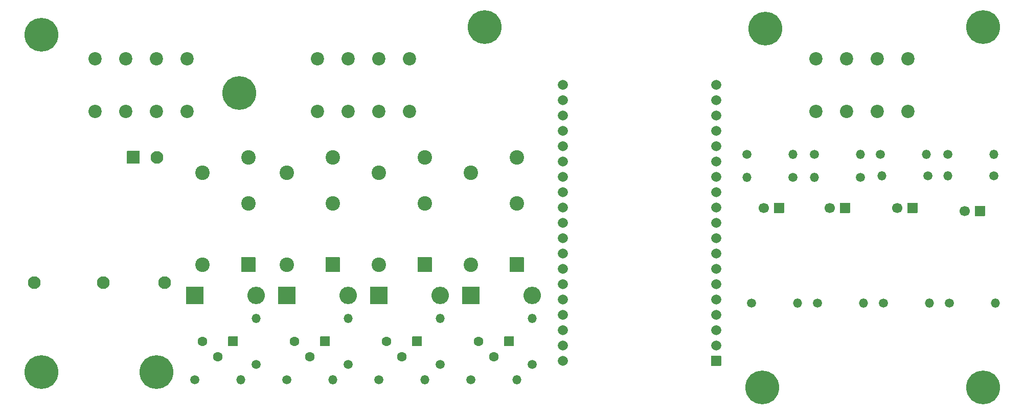
<source format=gbr>
%TF.GenerationSoftware,KiCad,Pcbnew,5.1.10-88a1d61d58~90~ubuntu20.04.1*%
%TF.CreationDate,2021-09-06T00:00:23+02:00*%
%TF.ProjectId,hamodule,68616d6f-6475-46c6-952e-6b696361645f,rev?*%
%TF.SameCoordinates,Original*%
%TF.FileFunction,Soldermask,Top*%
%TF.FilePolarity,Negative*%
%FSLAX46Y46*%
G04 Gerber Fmt 4.6, Leading zero omitted, Abs format (unit mm)*
G04 Created by KiCad (PCBNEW 5.1.10-88a1d61d58~90~ubuntu20.04.1) date 2021-09-06 00:00:23*
%MOMM*%
%LPD*%
G01*
G04 APERTURE LIST*
%ADD10C,5.600000*%
%ADD11C,2.200000*%
%ADD12C,1.660000*%
%ADD13O,1.500000X1.500000*%
%ADD14C,1.500000*%
%ADD15C,1.700000*%
%ADD16C,2.100000*%
%ADD17C,1.600000*%
%ADD18C,2.400000*%
%ADD19O,2.900000X2.900000*%
G04 APERTURE END LIST*
D10*
%TO.C,H9*%
X182626000Y-80010000D03*
%TD*%
%TO.C,H8*%
X146050000Y-80010000D03*
%TD*%
D11*
%TO.C,J4*%
X154940000Y-25590000D03*
X154940000Y-34290000D03*
X160020000Y-25590000D03*
X160020000Y-34290000D03*
X165100000Y-25590000D03*
X165100000Y-34290000D03*
X170180000Y-25590000D03*
X170180000Y-34290000D03*
%TD*%
%TO.C,J2*%
X35560000Y-25590000D03*
X35560000Y-34290000D03*
X40640000Y-25590000D03*
X40640000Y-34290000D03*
X45720000Y-25590000D03*
X45720000Y-34290000D03*
X50800000Y-25590000D03*
X50800000Y-34290000D03*
%TD*%
%TO.C,J1*%
X72390000Y-25590000D03*
X72390000Y-34290000D03*
X77470000Y-25590000D03*
X77470000Y-34290000D03*
X82550000Y-25590000D03*
X82550000Y-34290000D03*
X87630000Y-25590000D03*
X87630000Y-34290000D03*
%TD*%
D12*
%TO.C,U1*%
X113030000Y-29920000D03*
X113030000Y-32460000D03*
X113030000Y-35000000D03*
X113030000Y-37540000D03*
X113030000Y-40080000D03*
X113030000Y-42620000D03*
X113030000Y-45160000D03*
X113030000Y-47700000D03*
X113030000Y-50240000D03*
X113030000Y-52780000D03*
X113030000Y-55320000D03*
X113030000Y-57860000D03*
X113030000Y-60400000D03*
X113030000Y-62940000D03*
X113030000Y-65480000D03*
X113030000Y-68020000D03*
X113030000Y-70560000D03*
X113030000Y-73100000D03*
X113030000Y-75640000D03*
X138430000Y-32460000D03*
X138430000Y-35000000D03*
X138430000Y-37540000D03*
X138430000Y-40080000D03*
X138430000Y-42620000D03*
X138430000Y-45160000D03*
X138430000Y-47700000D03*
X138430000Y-50240000D03*
X138430000Y-52780000D03*
X138430000Y-55320000D03*
X138430000Y-57860000D03*
X138430000Y-60400000D03*
X138430000Y-62940000D03*
X138430000Y-65480000D03*
X138430000Y-68020000D03*
X138430000Y-70560000D03*
X138430000Y-29920000D03*
X138430000Y-73100000D03*
G36*
G01*
X139260000Y-74860000D02*
X139260000Y-76420000D01*
G75*
G02*
X139210000Y-76470000I-50000J0D01*
G01*
X137650000Y-76470000D01*
G75*
G02*
X137600000Y-76420000I0J50000D01*
G01*
X137600000Y-74860000D01*
G75*
G02*
X137650000Y-74810000I50000J0D01*
G01*
X139210000Y-74810000D01*
G75*
G02*
X139260000Y-74860000I0J-50000D01*
G01*
G37*
%TD*%
D13*
%TO.C,R20*%
X184404000Y-41402000D03*
D14*
X176784000Y-41402000D03*
%TD*%
D13*
%TO.C,R19*%
X173228000Y-41402000D03*
D14*
X165608000Y-41402000D03*
%TD*%
D13*
%TO.C,R18*%
X162306000Y-41402000D03*
D14*
X154686000Y-41402000D03*
%TD*%
D13*
%TO.C,R17*%
X176784000Y-44958000D03*
D14*
X184404000Y-44958000D03*
%TD*%
D13*
%TO.C,R12*%
X165862000Y-44958000D03*
D14*
X173482000Y-44958000D03*
%TD*%
D13*
%TO.C,R11*%
X154686000Y-45212000D03*
D14*
X162306000Y-45212000D03*
%TD*%
D13*
%TO.C,R10*%
X184658000Y-66040000D03*
D14*
X177038000Y-66040000D03*
%TD*%
D13*
%TO.C,R9*%
X173736000Y-66040000D03*
D14*
X166116000Y-66040000D03*
%TD*%
D13*
%TO.C,R8*%
X162814000Y-66040000D03*
D14*
X155194000Y-66040000D03*
%TD*%
D13*
%TO.C,R7*%
X151892000Y-66040000D03*
D14*
X144272000Y-66040000D03*
%TD*%
D15*
%TO.C,22uF4*%
X179618000Y-50800000D03*
G36*
G01*
X182968000Y-50000000D02*
X182968000Y-51600000D01*
G75*
G02*
X182918000Y-51650000I-50000J0D01*
G01*
X181318000Y-51650000D01*
G75*
G02*
X181268000Y-51600000I0J50000D01*
G01*
X181268000Y-50000000D01*
G75*
G02*
X181318000Y-49950000I50000J0D01*
G01*
X182918000Y-49950000D01*
G75*
G02*
X182968000Y-50000000I0J-50000D01*
G01*
G37*
%TD*%
%TO.C,22uF3*%
X168442000Y-50292000D03*
G36*
G01*
X171792000Y-49492000D02*
X171792000Y-51092000D01*
G75*
G02*
X171742000Y-51142000I-50000J0D01*
G01*
X170142000Y-51142000D01*
G75*
G02*
X170092000Y-51092000I0J50000D01*
G01*
X170092000Y-49492000D01*
G75*
G02*
X170142000Y-49442000I50000J0D01*
G01*
X171742000Y-49442000D01*
G75*
G02*
X171792000Y-49492000I0J-50000D01*
G01*
G37*
%TD*%
%TO.C,22uF2*%
X157266000Y-50292000D03*
G36*
G01*
X160616000Y-49492000D02*
X160616000Y-51092000D01*
G75*
G02*
X160566000Y-51142000I-50000J0D01*
G01*
X158966000Y-51142000D01*
G75*
G02*
X158916000Y-51092000I0J50000D01*
G01*
X158916000Y-49492000D01*
G75*
G02*
X158966000Y-49442000I50000J0D01*
G01*
X160566000Y-49442000D01*
G75*
G02*
X160616000Y-49492000I0J-50000D01*
G01*
G37*
%TD*%
%TO.C,22uF1*%
X146344000Y-50292000D03*
G36*
G01*
X149694000Y-49492000D02*
X149694000Y-51092000D01*
G75*
G02*
X149644000Y-51142000I-50000J0D01*
G01*
X148044000Y-51142000D01*
G75*
G02*
X147994000Y-51092000I0J50000D01*
G01*
X147994000Y-49492000D01*
G75*
G02*
X148044000Y-49442000I50000J0D01*
G01*
X149644000Y-49442000D01*
G75*
G02*
X149694000Y-49492000I0J-50000D01*
G01*
G37*
%TD*%
D10*
%TO.C,H1*%
X146558000Y-20574000D03*
%TD*%
D16*
%TO.C,PS1*%
X47100000Y-62670000D03*
X25510000Y-62670000D03*
X36940000Y-62670000D03*
X45810000Y-41910000D03*
G36*
G01*
X40860000Y-42910000D02*
X40860000Y-40910000D01*
G75*
G02*
X40910000Y-40860000I50000J0D01*
G01*
X42910000Y-40860000D01*
G75*
G02*
X42960000Y-40910000I0J-50000D01*
G01*
X42960000Y-42910000D01*
G75*
G02*
X42910000Y-42960000I-50000J0D01*
G01*
X40910000Y-42960000D01*
G75*
G02*
X40860000Y-42910000I0J50000D01*
G01*
G37*
%TD*%
D13*
%TO.C,R6*%
X143510000Y-45212000D03*
D14*
X151130000Y-45212000D03*
%TD*%
D10*
%TO.C,H7*%
X45720000Y-77470000D03*
%TD*%
%TO.C,H6*%
X182626000Y-20320000D03*
%TD*%
%TO.C,H5*%
X26670000Y-77470000D03*
%TD*%
%TO.C,H4*%
X59436000Y-31242000D03*
%TD*%
%TO.C,H3*%
X100076000Y-20320000D03*
%TD*%
%TO.C,H2*%
X26670000Y-21590000D03*
%TD*%
%TO.C,Q1*%
G36*
G01*
X57670000Y-71590000D02*
X59170000Y-71590000D01*
G75*
G02*
X59220000Y-71640000I0J-50000D01*
G01*
X59220000Y-73140000D01*
G75*
G02*
X59170000Y-73190000I-50000J0D01*
G01*
X57670000Y-73190000D01*
G75*
G02*
X57620000Y-73140000I0J50000D01*
G01*
X57620000Y-71640000D01*
G75*
G02*
X57670000Y-71590000I50000J0D01*
G01*
G37*
D17*
X53340000Y-72390000D03*
X55880000Y-74930000D03*
%TD*%
%TO.C,Q2*%
G36*
G01*
X72910000Y-71590000D02*
X74410000Y-71590000D01*
G75*
G02*
X74460000Y-71640000I0J-50000D01*
G01*
X74460000Y-73140000D01*
G75*
G02*
X74410000Y-73190000I-50000J0D01*
G01*
X72910000Y-73190000D01*
G75*
G02*
X72860000Y-73140000I0J50000D01*
G01*
X72860000Y-71640000D01*
G75*
G02*
X72910000Y-71590000I50000J0D01*
G01*
G37*
X68580000Y-72390000D03*
X71120000Y-74930000D03*
%TD*%
%TO.C,Q4*%
G36*
G01*
X103390000Y-71590000D02*
X104890000Y-71590000D01*
G75*
G02*
X104940000Y-71640000I0J-50000D01*
G01*
X104940000Y-73140000D01*
G75*
G02*
X104890000Y-73190000I-50000J0D01*
G01*
X103390000Y-73190000D01*
G75*
G02*
X103340000Y-73140000I0J50000D01*
G01*
X103340000Y-71640000D01*
G75*
G02*
X103390000Y-71590000I50000J0D01*
G01*
G37*
X99060000Y-72390000D03*
X101600000Y-74930000D03*
%TD*%
%TO.C,Q3*%
G36*
G01*
X88150000Y-71590000D02*
X89650000Y-71590000D01*
G75*
G02*
X89700000Y-71640000I0J-50000D01*
G01*
X89700000Y-73140000D01*
G75*
G02*
X89650000Y-73190000I-50000J0D01*
G01*
X88150000Y-73190000D01*
G75*
G02*
X88100000Y-73140000I0J50000D01*
G01*
X88100000Y-71640000D01*
G75*
G02*
X88150000Y-71590000I50000J0D01*
G01*
G37*
X83820000Y-72390000D03*
X86360000Y-74930000D03*
%TD*%
D13*
%TO.C,R5*%
X151130000Y-41402000D03*
D14*
X143510000Y-41402000D03*
%TD*%
D18*
%TO.C,K2*%
X67310000Y-59690000D03*
X67310000Y-44450000D03*
X74930000Y-41910000D03*
X74930000Y-49530000D03*
G36*
G01*
X73780000Y-58490000D02*
X76080000Y-58490000D01*
G75*
G02*
X76130000Y-58540000I0J-50000D01*
G01*
X76130000Y-60840000D01*
G75*
G02*
X76080000Y-60890000I-50000J0D01*
G01*
X73780000Y-60890000D01*
G75*
G02*
X73730000Y-60840000I0J50000D01*
G01*
X73730000Y-58540000D01*
G75*
G02*
X73780000Y-58490000I50000J0D01*
G01*
G37*
%TD*%
D13*
%TO.C,R16*%
X107950000Y-68580000D03*
D14*
X107950000Y-76200000D03*
%TD*%
D13*
%TO.C,R15*%
X92710000Y-68580000D03*
D14*
X92710000Y-76200000D03*
%TD*%
D13*
%TO.C,R14*%
X77470000Y-68580000D03*
D14*
X77470000Y-76200000D03*
%TD*%
D13*
%TO.C,R13*%
X62230000Y-68580000D03*
D14*
X62230000Y-76200000D03*
%TD*%
D13*
%TO.C,R4*%
X105410000Y-78740000D03*
D14*
X97790000Y-78740000D03*
%TD*%
D13*
%TO.C,R3*%
X90170000Y-78740000D03*
D14*
X82550000Y-78740000D03*
%TD*%
D13*
%TO.C,R2*%
X74930000Y-78740000D03*
D14*
X67310000Y-78740000D03*
%TD*%
D13*
%TO.C,R1*%
X59690000Y-78740000D03*
D14*
X52070000Y-78740000D03*
%TD*%
D18*
%TO.C,K4*%
X97790000Y-59690000D03*
X97790000Y-44450000D03*
X105410000Y-41910000D03*
X105410000Y-49530000D03*
G36*
G01*
X104260000Y-58490000D02*
X106560000Y-58490000D01*
G75*
G02*
X106610000Y-58540000I0J-50000D01*
G01*
X106610000Y-60840000D01*
G75*
G02*
X106560000Y-60890000I-50000J0D01*
G01*
X104260000Y-60890000D01*
G75*
G02*
X104210000Y-60840000I0J50000D01*
G01*
X104210000Y-58540000D01*
G75*
G02*
X104260000Y-58490000I50000J0D01*
G01*
G37*
%TD*%
%TO.C,K3*%
X82550000Y-59690000D03*
X82550000Y-44450000D03*
X90170000Y-41910000D03*
X90170000Y-49530000D03*
G36*
G01*
X89020000Y-58490000D02*
X91320000Y-58490000D01*
G75*
G02*
X91370000Y-58540000I0J-50000D01*
G01*
X91370000Y-60840000D01*
G75*
G02*
X91320000Y-60890000I-50000J0D01*
G01*
X89020000Y-60890000D01*
G75*
G02*
X88970000Y-60840000I0J50000D01*
G01*
X88970000Y-58540000D01*
G75*
G02*
X89020000Y-58490000I50000J0D01*
G01*
G37*
%TD*%
%TO.C,K1*%
X53340000Y-59690000D03*
X53340000Y-44450000D03*
X60960000Y-41910000D03*
X60960000Y-49530000D03*
G36*
G01*
X59810000Y-58490000D02*
X62110000Y-58490000D01*
G75*
G02*
X62160000Y-58540000I0J-50000D01*
G01*
X62160000Y-60840000D01*
G75*
G02*
X62110000Y-60890000I-50000J0D01*
G01*
X59810000Y-60890000D01*
G75*
G02*
X59760000Y-60840000I0J50000D01*
G01*
X59760000Y-58540000D01*
G75*
G02*
X59810000Y-58490000I50000J0D01*
G01*
G37*
%TD*%
D19*
%TO.C,D4*%
X107950000Y-64770000D03*
G36*
G01*
X96340000Y-66170000D02*
X96340000Y-63370000D01*
G75*
G02*
X96390000Y-63320000I50000J0D01*
G01*
X99190000Y-63320000D01*
G75*
G02*
X99240000Y-63370000I0J-50000D01*
G01*
X99240000Y-66170000D01*
G75*
G02*
X99190000Y-66220000I-50000J0D01*
G01*
X96390000Y-66220000D01*
G75*
G02*
X96340000Y-66170000I0J50000D01*
G01*
G37*
%TD*%
%TO.C,D3*%
X92710000Y-64770000D03*
G36*
G01*
X81100000Y-66170000D02*
X81100000Y-63370000D01*
G75*
G02*
X81150000Y-63320000I50000J0D01*
G01*
X83950000Y-63320000D01*
G75*
G02*
X84000000Y-63370000I0J-50000D01*
G01*
X84000000Y-66170000D01*
G75*
G02*
X83950000Y-66220000I-50000J0D01*
G01*
X81150000Y-66220000D01*
G75*
G02*
X81100000Y-66170000I0J50000D01*
G01*
G37*
%TD*%
%TO.C,D2*%
X77470000Y-64770000D03*
G36*
G01*
X65860000Y-66170000D02*
X65860000Y-63370000D01*
G75*
G02*
X65910000Y-63320000I50000J0D01*
G01*
X68710000Y-63320000D01*
G75*
G02*
X68760000Y-63370000I0J-50000D01*
G01*
X68760000Y-66170000D01*
G75*
G02*
X68710000Y-66220000I-50000J0D01*
G01*
X65910000Y-66220000D01*
G75*
G02*
X65860000Y-66170000I0J50000D01*
G01*
G37*
%TD*%
%TO.C,D1*%
X62230000Y-64770000D03*
G36*
G01*
X50620000Y-66170000D02*
X50620000Y-63370000D01*
G75*
G02*
X50670000Y-63320000I50000J0D01*
G01*
X53470000Y-63320000D01*
G75*
G02*
X53520000Y-63370000I0J-50000D01*
G01*
X53520000Y-66170000D01*
G75*
G02*
X53470000Y-66220000I-50000J0D01*
G01*
X50670000Y-66220000D01*
G75*
G02*
X50620000Y-66170000I0J50000D01*
G01*
G37*
%TD*%
M02*

</source>
